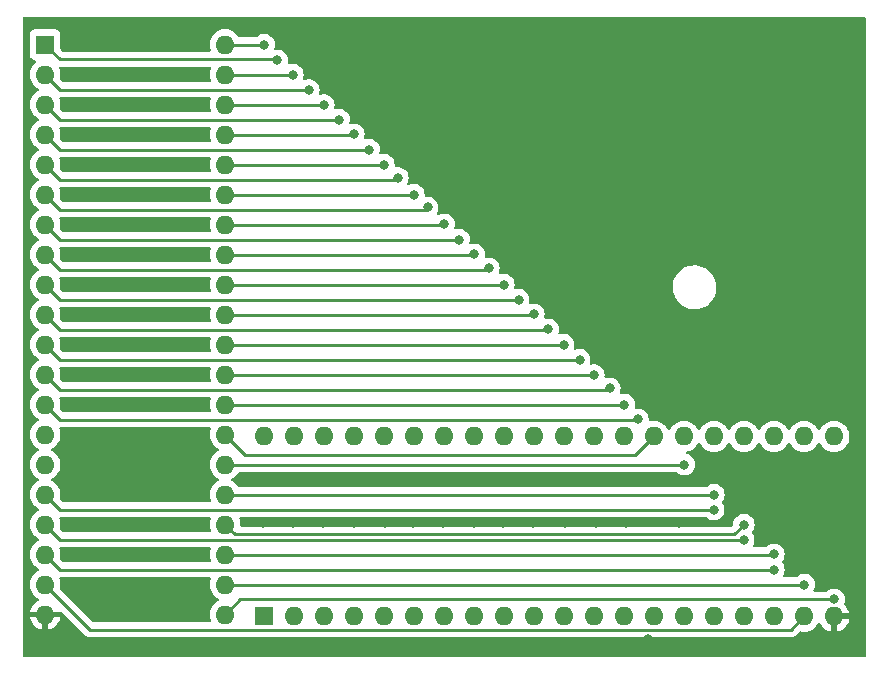
<source format=gtl>
G04 #@! TF.GenerationSoftware,KiCad,Pcbnew,7.0.1-0*
G04 #@! TF.CreationDate,2023-11-21T08:42:51-06:00*
G04 #@! TF.ProjectId,kawari_twister,7669635f-7477-4697-9374-65722e6b6963,rev?*
G04 #@! TF.SameCoordinates,Original*
G04 #@! TF.FileFunction,Copper,L1,Top*
G04 #@! TF.FilePolarity,Positive*
%FSLAX46Y46*%
G04 Gerber Fmt 4.6, Leading zero omitted, Abs format (unit mm)*
G04 Created by KiCad (PCBNEW 7.0.1-0) date 2023-11-21 08:42:51*
%MOMM*%
%LPD*%
G01*
G04 APERTURE LIST*
G04 #@! TA.AperFunction,ComponentPad*
%ADD10R,1.600000X1.600000*%
G04 #@! TD*
G04 #@! TA.AperFunction,ComponentPad*
%ADD11O,1.600000X1.600000*%
G04 #@! TD*
G04 #@! TA.AperFunction,ViaPad*
%ADD12C,0.800000*%
G04 #@! TD*
G04 #@! TA.AperFunction,Conductor*
%ADD13C,0.250000*%
G04 #@! TD*
G04 APERTURE END LIST*
D10*
X108432600Y-99720400D03*
D11*
X110972600Y-99720400D03*
X113512600Y-99720400D03*
X116052600Y-99720400D03*
X118592600Y-99720400D03*
X121132600Y-99720400D03*
X123672600Y-99720400D03*
X126212600Y-99720400D03*
X128752600Y-99720400D03*
X131292600Y-99720400D03*
X133832600Y-99720400D03*
X136372600Y-99720400D03*
X138912600Y-99720400D03*
X141452600Y-99720400D03*
X143992600Y-99720400D03*
X146532600Y-99720400D03*
X149072600Y-99720400D03*
X151612600Y-99720400D03*
X154152600Y-99720400D03*
X156692600Y-99720400D03*
X156692600Y-84480400D03*
X154152600Y-84480400D03*
X151612600Y-84480400D03*
X149072600Y-84480400D03*
X146532600Y-84480400D03*
X143992600Y-84480400D03*
X141452600Y-84480400D03*
X138912600Y-84480400D03*
X136372600Y-84480400D03*
X133832600Y-84480400D03*
X131292600Y-84480400D03*
X128752600Y-84480400D03*
X126212600Y-84480400D03*
X123672600Y-84480400D03*
X121132600Y-84480400D03*
X118592600Y-84480400D03*
X116052600Y-84480400D03*
X113512600Y-84480400D03*
X110972600Y-84480400D03*
X108432600Y-84480400D03*
D10*
X89890600Y-51308000D03*
D11*
X89890600Y-53848000D03*
X89890600Y-56388000D03*
X89890600Y-58928000D03*
X89890600Y-61468000D03*
X89890600Y-64008000D03*
X89890600Y-66548000D03*
X89890600Y-69088000D03*
X89890600Y-71628000D03*
X89890600Y-74168000D03*
X89890600Y-76708000D03*
X89890600Y-79248000D03*
X89890600Y-81788000D03*
X89890600Y-84328000D03*
X89890600Y-86868000D03*
X89890600Y-89408000D03*
X89890600Y-91948000D03*
X89890600Y-94488000D03*
X89890600Y-97028000D03*
X89890600Y-99568000D03*
X105130600Y-99568000D03*
X105130600Y-97028000D03*
X105130600Y-94488000D03*
X105130600Y-91948000D03*
X105130600Y-89408000D03*
X105130600Y-86868000D03*
X105130600Y-84328000D03*
X105130600Y-81788000D03*
X105130600Y-79248000D03*
X105130600Y-76708000D03*
X105130600Y-74168000D03*
X105130600Y-71628000D03*
X105130600Y-69088000D03*
X105130600Y-66548000D03*
X105130600Y-64008000D03*
X105130600Y-61468000D03*
X105130600Y-58928000D03*
X105130600Y-56388000D03*
X105130600Y-53848000D03*
X105130600Y-51308000D03*
D12*
X109563600Y-52657000D03*
X112230600Y-55146200D03*
X114782600Y-57658000D03*
X117322600Y-60198000D03*
X119774400Y-62588400D03*
X122289000Y-65103000D03*
X124942600Y-67818000D03*
X127470600Y-70259200D03*
X129985200Y-72900800D03*
X132499800Y-75415400D03*
X135141400Y-77980800D03*
X137706800Y-80419200D03*
X140094400Y-83035400D03*
X146507200Y-90678000D03*
X149047200Y-93218000D03*
X151600600Y-95758000D03*
X156692600Y-98280400D03*
X154166000Y-97030800D03*
X151600600Y-94465400D03*
X149060600Y-91950800D03*
X146520600Y-89410800D03*
X144006000Y-86870800D03*
X138926000Y-81790800D03*
X136360600Y-79276200D03*
X133795200Y-76710800D03*
X131280600Y-74145400D03*
X128740600Y-71630800D03*
X126226000Y-69065400D03*
X123686000Y-66525400D03*
X121120600Y-64010800D03*
X118580600Y-61470800D03*
X116040600Y-58905400D03*
X113500600Y-56416200D03*
X110884400Y-53850800D03*
X108432600Y-51308000D03*
X98196400Y-71602600D03*
X98196400Y-58801000D03*
X98196400Y-64058800D03*
X98196400Y-74142600D03*
X152831800Y-86817200D03*
X108331000Y-91821000D03*
X98196400Y-81813400D03*
X98171000Y-98298000D03*
X140944600Y-101625400D03*
X98196400Y-66573400D03*
X98171000Y-94462600D03*
X98196400Y-53848000D03*
X98196400Y-69011800D03*
X113436400Y-91821000D03*
X110896400Y-91821000D03*
X150291800Y-86893400D03*
X98196400Y-79248000D03*
X98184400Y-86870800D03*
X139039600Y-91821000D03*
X118643400Y-91821000D03*
X121005600Y-91821000D03*
X136550400Y-91821000D03*
X147675600Y-86969600D03*
X131191000Y-91846400D03*
X98196400Y-61341000D03*
X116027200Y-91821000D03*
X133883400Y-91846400D03*
X98196400Y-76682600D03*
X98196400Y-56337200D03*
X98171000Y-92075000D03*
X123571000Y-91821000D03*
X128651000Y-91846400D03*
X99161600Y-102082600D03*
X143560800Y-91821000D03*
X126212600Y-91821000D03*
D13*
X91135200Y-52552600D02*
X89890600Y-51308000D01*
X109563600Y-52657000D02*
X109459200Y-52552600D01*
X109459200Y-52552600D02*
X91135200Y-52552600D01*
X89890600Y-53848000D02*
X91160600Y-55118000D01*
X91160600Y-55118000D02*
X112202400Y-55118000D01*
X112202400Y-55118000D02*
X112230600Y-55146200D01*
X91160600Y-57658000D02*
X114782600Y-57658000D01*
X89890600Y-56388000D02*
X91160600Y-57658000D01*
X91160600Y-60198000D02*
X117322600Y-60198000D01*
X89890600Y-58928000D02*
X91160600Y-60198000D01*
X89890600Y-61468000D02*
X91160600Y-62738000D01*
X91160600Y-62738000D02*
X119624800Y-62738000D01*
X119624800Y-62738000D02*
X119774400Y-62588400D01*
X89890600Y-64008000D02*
X91160600Y-65278000D01*
X122114000Y-65278000D02*
X122289000Y-65103000D01*
X91160600Y-65278000D02*
X122114000Y-65278000D01*
X91160600Y-67818000D02*
X124942600Y-67818000D01*
X89890600Y-66548000D02*
X91160600Y-67818000D01*
X127371800Y-70358000D02*
X127470600Y-70259200D01*
X91160600Y-70358000D02*
X127371800Y-70358000D01*
X89890600Y-69088000D02*
X91160600Y-70358000D01*
X91160600Y-72898000D02*
X129982400Y-72898000D01*
X129982400Y-72898000D02*
X129985200Y-72900800D01*
X89890600Y-71628000D02*
X91160600Y-72898000D01*
X91160600Y-75438000D02*
X132477200Y-75438000D01*
X132477200Y-75438000D02*
X132499800Y-75415400D01*
X89890600Y-74168000D02*
X91160600Y-75438000D01*
X91163400Y-77980800D02*
X135141400Y-77980800D01*
X89890600Y-76708000D02*
X91163400Y-77980800D01*
X137608000Y-80518000D02*
X137706800Y-80419200D01*
X91160600Y-80518000D02*
X137608000Y-80518000D01*
X89890600Y-79248000D02*
X91160600Y-80518000D01*
X89890600Y-81788000D02*
X91160600Y-83058000D01*
X140071800Y-83058000D02*
X140094400Y-83035400D01*
X91160600Y-83058000D02*
X140071800Y-83058000D01*
X89890600Y-89408000D02*
X91160600Y-90678000D01*
X91160600Y-90678000D02*
X146507200Y-90678000D01*
X89890600Y-91948000D02*
X91160600Y-93218000D01*
X91160600Y-93218000D02*
X148854600Y-93218000D01*
X148854600Y-93218000D02*
X149035200Y-93398600D01*
X151445400Y-95758000D02*
X151600600Y-95913200D01*
X91160600Y-95758000D02*
X151445400Y-95758000D01*
X89890600Y-94488000D02*
X91160600Y-95758000D01*
X153027600Y-100845400D02*
X154152600Y-99720400D01*
X93708000Y-100845400D02*
X153027600Y-100845400D01*
X89890600Y-97028000D02*
X93708000Y-100845400D01*
X156687600Y-98275400D02*
X156692600Y-98280400D01*
X105130600Y-99568000D02*
X106423200Y-98275400D01*
X106423200Y-98275400D02*
X156687600Y-98275400D01*
X105130600Y-97028000D02*
X105143000Y-97040400D01*
X154156400Y-97040400D02*
X154166000Y-97030800D01*
X105143000Y-97040400D02*
X154156400Y-97040400D01*
X105143000Y-94500400D02*
X151565600Y-94500400D01*
X151565600Y-94500400D02*
X151600600Y-94465400D01*
X105130600Y-94488000D02*
X105143000Y-94500400D01*
X148242901Y-92768499D02*
X149060600Y-91950800D01*
X105951099Y-92768499D02*
X148242901Y-92768499D01*
X105130600Y-91948000D02*
X105951099Y-92768499D01*
X105130600Y-89408000D02*
X105143000Y-89420400D01*
X146511000Y-89420400D02*
X146520600Y-89410800D01*
X105143000Y-89420400D02*
X146511000Y-89420400D01*
X105130600Y-86868000D02*
X105143000Y-86880400D01*
X143996400Y-86880400D02*
X144006000Y-86870800D01*
X105143000Y-86880400D02*
X143996400Y-86880400D01*
X106857800Y-86055200D02*
X139877800Y-86055200D01*
X105130600Y-84328000D02*
X106857800Y-86055200D01*
X139877800Y-86055200D02*
X141452600Y-84480400D01*
X105130600Y-81788000D02*
X105143000Y-81800400D01*
X105143000Y-81800400D02*
X138916400Y-81800400D01*
X138916400Y-81800400D02*
X138926000Y-81790800D01*
X105130600Y-79248000D02*
X105143000Y-79260400D01*
X136344800Y-79260400D02*
X136360600Y-79276200D01*
X105143000Y-79260400D02*
X136344800Y-79260400D01*
X133785600Y-76720400D02*
X133795200Y-76710800D01*
X105130600Y-76708000D02*
X105143000Y-76720400D01*
X105143000Y-76720400D02*
X133785600Y-76720400D01*
X131245600Y-74180400D02*
X131280600Y-74145400D01*
X105143000Y-74180400D02*
X131245600Y-74180400D01*
X105130600Y-74168000D02*
X105143000Y-74180400D01*
X128731000Y-71640400D02*
X128740600Y-71630800D01*
X105143000Y-71640400D02*
X128731000Y-71640400D01*
X105130600Y-71628000D02*
X105143000Y-71640400D01*
X105130600Y-69088000D02*
X105143000Y-69100400D01*
X105143000Y-69100400D02*
X126191000Y-69100400D01*
X126191000Y-69100400D02*
X126226000Y-69065400D01*
X105143000Y-66560400D02*
X123651000Y-66560400D01*
X105130600Y-66548000D02*
X105143000Y-66560400D01*
X123651000Y-66560400D02*
X123686000Y-66525400D01*
X121111000Y-64020400D02*
X121120600Y-64010800D01*
X105143000Y-64020400D02*
X121111000Y-64020400D01*
X105130600Y-64008000D02*
X105143000Y-64020400D01*
X105143000Y-61480400D02*
X118571000Y-61480400D01*
X105130600Y-61468000D02*
X105143000Y-61480400D01*
X118571000Y-61480400D02*
X118580600Y-61470800D01*
X105143000Y-58940400D02*
X116005600Y-58940400D01*
X116005600Y-58940400D02*
X116040600Y-58905400D01*
X105130600Y-58928000D02*
X105143000Y-58940400D01*
X105130600Y-56388000D02*
X105143000Y-56400400D01*
X113484800Y-56400400D02*
X113500600Y-56416200D01*
X105143000Y-56400400D02*
X113484800Y-56400400D01*
X105130600Y-53848000D02*
X105143000Y-53860400D01*
X110874800Y-53860400D02*
X110884400Y-53850800D01*
X105143000Y-53860400D02*
X110874800Y-53860400D01*
X105130600Y-51308000D02*
X108432600Y-51308000D01*
X143535400Y-91846400D02*
X143535400Y-91846400D01*
G04 #@! TA.AperFunction,Conductor*
G36*
X103861194Y-96398786D02*
G01*
X103906132Y-96440875D01*
X103925286Y-96499390D01*
X103913933Y-96559904D01*
X103912176Y-96563672D01*
X103903861Y-96581502D01*
X103844964Y-96801310D01*
X103825131Y-97028000D01*
X103844964Y-97254689D01*
X103903861Y-97474497D01*
X104000032Y-97680735D01*
X104130553Y-97867140D01*
X104291459Y-98028046D01*
X104477863Y-98158566D01*
X104477866Y-98158568D01*
X104535875Y-98185618D01*
X104588050Y-98231375D01*
X104607469Y-98298000D01*
X104588050Y-98364625D01*
X104535875Y-98410382D01*
X104477863Y-98437433D01*
X104291459Y-98567953D01*
X104130553Y-98728859D01*
X104000032Y-98915264D01*
X103903861Y-99121502D01*
X103844964Y-99341310D01*
X103825131Y-99568000D01*
X103844964Y-99794689D01*
X103903862Y-100014500D01*
X103917383Y-100043496D01*
X103928735Y-100104010D01*
X103909581Y-100162525D01*
X103864643Y-100204614D01*
X103805001Y-100219900D01*
X94018452Y-100219900D01*
X93970999Y-100210461D01*
X93930771Y-100183581D01*
X91190013Y-97442822D01*
X91157919Y-97387234D01*
X91157919Y-97323047D01*
X91176235Y-97254692D01*
X91196068Y-97028000D01*
X91176235Y-96801308D01*
X91117339Y-96581504D01*
X91107266Y-96559903D01*
X91095914Y-96499391D01*
X91115068Y-96440876D01*
X91160006Y-96398786D01*
X91219649Y-96383500D01*
X103801551Y-96383500D01*
X103861194Y-96398786D01*
G37*
G04 #@! TD.AperFunction*
G04 #@! TA.AperFunction,Conductor*
G36*
X103861194Y-93858786D02*
G01*
X103906132Y-93900875D01*
X103925286Y-93959390D01*
X103913933Y-94019904D01*
X103912176Y-94023672D01*
X103903861Y-94041502D01*
X103844964Y-94261310D01*
X103825131Y-94488000D01*
X103844964Y-94714689D01*
X103903861Y-94934497D01*
X103913933Y-94956095D01*
X103925286Y-95016610D01*
X103906132Y-95075125D01*
X103861194Y-95117214D01*
X103801551Y-95132500D01*
X91471053Y-95132500D01*
X91423600Y-95123061D01*
X91383372Y-95096181D01*
X91190013Y-94902822D01*
X91157919Y-94847234D01*
X91157919Y-94783047D01*
X91176235Y-94714692D01*
X91196068Y-94488000D01*
X91176235Y-94261308D01*
X91117339Y-94041504D01*
X91107266Y-94019903D01*
X91095914Y-93959391D01*
X91115068Y-93900876D01*
X91160006Y-93858786D01*
X91219649Y-93843500D01*
X103801551Y-93843500D01*
X103861194Y-93858786D01*
G37*
G04 #@! TD.AperFunction*
G04 #@! TA.AperFunction,Conductor*
G36*
X103861194Y-91318786D02*
G01*
X103906132Y-91360875D01*
X103925286Y-91419390D01*
X103913933Y-91479904D01*
X103912176Y-91483672D01*
X103903861Y-91501502D01*
X103844964Y-91721310D01*
X103825131Y-91948000D01*
X103844964Y-92174689D01*
X103903861Y-92394497D01*
X103913933Y-92416095D01*
X103925286Y-92476610D01*
X103906132Y-92535125D01*
X103861194Y-92577214D01*
X103801551Y-92592500D01*
X91471053Y-92592500D01*
X91423600Y-92583061D01*
X91383372Y-92556181D01*
X91190013Y-92362822D01*
X91157919Y-92307234D01*
X91157919Y-92243047D01*
X91176235Y-92174692D01*
X91196068Y-91948000D01*
X91176235Y-91721308D01*
X91117339Y-91501504D01*
X91107266Y-91479903D01*
X91095914Y-91419391D01*
X91115068Y-91360876D01*
X91160006Y-91318786D01*
X91219649Y-91303500D01*
X103801551Y-91303500D01*
X103861194Y-91318786D01*
G37*
G04 #@! TD.AperFunction*
G04 #@! TA.AperFunction,Conductor*
G36*
X103861194Y-83698786D02*
G01*
X103906132Y-83740875D01*
X103925286Y-83799390D01*
X103913933Y-83859904D01*
X103912176Y-83863672D01*
X103903861Y-83881502D01*
X103844964Y-84101310D01*
X103825131Y-84327999D01*
X103844964Y-84554689D01*
X103903861Y-84774497D01*
X104000032Y-84980735D01*
X104130553Y-85167140D01*
X104291459Y-85328046D01*
X104341318Y-85362957D01*
X104477866Y-85458568D01*
X104535873Y-85485617D01*
X104588049Y-85531373D01*
X104607469Y-85597997D01*
X104588051Y-85664622D01*
X104535876Y-85710380D01*
X104477866Y-85737431D01*
X104291459Y-85867953D01*
X104130553Y-86028859D01*
X104000032Y-86215264D01*
X103903861Y-86421502D01*
X103844964Y-86641310D01*
X103825131Y-86867999D01*
X103844964Y-87094689D01*
X103903861Y-87314497D01*
X104000032Y-87520735D01*
X104130553Y-87707140D01*
X104291459Y-87868046D01*
X104477862Y-87998565D01*
X104477866Y-87998568D01*
X104535873Y-88025617D01*
X104588049Y-88071373D01*
X104607469Y-88137997D01*
X104588051Y-88204622D01*
X104535876Y-88250380D01*
X104477866Y-88277431D01*
X104291459Y-88407953D01*
X104130553Y-88568859D01*
X104000032Y-88755264D01*
X103903861Y-88961502D01*
X103844964Y-89181310D01*
X103825131Y-89408000D01*
X103844964Y-89634689D01*
X103903861Y-89854497D01*
X103913933Y-89876095D01*
X103925286Y-89936610D01*
X103906132Y-89995125D01*
X103861194Y-90037214D01*
X103801551Y-90052500D01*
X91471053Y-90052500D01*
X91423600Y-90043061D01*
X91383372Y-90016181D01*
X91190013Y-89822822D01*
X91157919Y-89767234D01*
X91157919Y-89703047D01*
X91176235Y-89634692D01*
X91196068Y-89408000D01*
X91176235Y-89181308D01*
X91117339Y-88961504D01*
X91021168Y-88755266D01*
X91011895Y-88742023D01*
X90890646Y-88568859D01*
X90729740Y-88407953D01*
X90543332Y-88277430D01*
X90485324Y-88250380D01*
X90433149Y-88204623D01*
X90413730Y-88137997D01*
X90433150Y-88071373D01*
X90485321Y-88025619D01*
X90543334Y-87998568D01*
X90729739Y-87868047D01*
X90890647Y-87707139D01*
X91021168Y-87520734D01*
X91117339Y-87314496D01*
X91176235Y-87094692D01*
X91196068Y-86868000D01*
X91176235Y-86641308D01*
X91117339Y-86421504D01*
X91021168Y-86215266D01*
X91009015Y-86197910D01*
X90890646Y-86028859D01*
X90729740Y-85867953D01*
X90543336Y-85737433D01*
X90485323Y-85710381D01*
X90433148Y-85664623D01*
X90413729Y-85597997D01*
X90433149Y-85531372D01*
X90485321Y-85485619D01*
X90543334Y-85458568D01*
X90729739Y-85328047D01*
X90890647Y-85167139D01*
X91021168Y-84980734D01*
X91117339Y-84774496D01*
X91176235Y-84554692D01*
X91196068Y-84328000D01*
X91176235Y-84101308D01*
X91117339Y-83881504D01*
X91107266Y-83859903D01*
X91095914Y-83799391D01*
X91115068Y-83740876D01*
X91160006Y-83698786D01*
X91219649Y-83683500D01*
X103801551Y-83683500D01*
X103861194Y-83698786D01*
G37*
G04 #@! TD.AperFunction*
G04 #@! TA.AperFunction,Conductor*
G36*
X103861194Y-81158786D02*
G01*
X103906132Y-81200875D01*
X103925286Y-81259390D01*
X103913933Y-81319904D01*
X103912176Y-81323672D01*
X103903861Y-81341502D01*
X103844964Y-81561310D01*
X103825131Y-81787999D01*
X103844964Y-82014689D01*
X103903861Y-82234497D01*
X103913933Y-82256095D01*
X103925286Y-82316610D01*
X103906132Y-82375125D01*
X103861194Y-82417214D01*
X103801551Y-82432500D01*
X91471053Y-82432500D01*
X91423600Y-82423061D01*
X91383372Y-82396181D01*
X91190013Y-82202822D01*
X91157919Y-82147234D01*
X91157919Y-82083047D01*
X91166979Y-82049235D01*
X91176235Y-82014692D01*
X91196068Y-81788000D01*
X91176235Y-81561308D01*
X91117339Y-81341504D01*
X91107266Y-81319903D01*
X91095914Y-81259391D01*
X91115068Y-81200876D01*
X91160006Y-81158786D01*
X91219649Y-81143500D01*
X103801551Y-81143500D01*
X103861194Y-81158786D01*
G37*
G04 #@! TD.AperFunction*
G04 #@! TA.AperFunction,Conductor*
G36*
X103859888Y-78621586D02*
G01*
X103904826Y-78663675D01*
X103923980Y-78722190D01*
X103912627Y-78782705D01*
X103903861Y-78801502D01*
X103844964Y-79021310D01*
X103825131Y-79247999D01*
X103844964Y-79474689D01*
X103903861Y-79694497D01*
X103913933Y-79716095D01*
X103925286Y-79776610D01*
X103906132Y-79835125D01*
X103861194Y-79877214D01*
X103801551Y-79892500D01*
X91471053Y-79892500D01*
X91423600Y-79883061D01*
X91383372Y-79856181D01*
X91190013Y-79662822D01*
X91157919Y-79607234D01*
X91157919Y-79543047D01*
X91170294Y-79496863D01*
X91176235Y-79474692D01*
X91196068Y-79248000D01*
X91176235Y-79021308D01*
X91117339Y-78801504D01*
X91108573Y-78782705D01*
X91097220Y-78722190D01*
X91116374Y-78663675D01*
X91161312Y-78621586D01*
X91220955Y-78606300D01*
X103800245Y-78606300D01*
X103859888Y-78621586D01*
G37*
G04 #@! TD.AperFunction*
G04 #@! TA.AperFunction,Conductor*
G36*
X103861194Y-76078786D02*
G01*
X103906132Y-76120875D01*
X103925286Y-76179390D01*
X103913933Y-76239904D01*
X103912176Y-76243672D01*
X103903861Y-76261502D01*
X103844964Y-76481310D01*
X103825131Y-76707999D01*
X103844964Y-76934689D01*
X103903862Y-77154500D01*
X103915238Y-77178896D01*
X103926590Y-77239410D01*
X103907436Y-77297925D01*
X103862498Y-77340014D01*
X103802856Y-77355300D01*
X91473852Y-77355300D01*
X91426399Y-77345861D01*
X91386171Y-77318981D01*
X91190013Y-77122822D01*
X91157919Y-77067234D01*
X91157919Y-77003047D01*
X91162444Y-76986159D01*
X91176235Y-76934692D01*
X91196068Y-76708000D01*
X91176235Y-76481308D01*
X91117339Y-76261504D01*
X91107266Y-76239903D01*
X91095914Y-76179391D01*
X91115068Y-76120876D01*
X91160006Y-76078786D01*
X91219649Y-76063500D01*
X103801551Y-76063500D01*
X103861194Y-76078786D01*
G37*
G04 #@! TD.AperFunction*
G04 #@! TA.AperFunction,Conductor*
G36*
X103861194Y-73538786D02*
G01*
X103906132Y-73580875D01*
X103925286Y-73639390D01*
X103913933Y-73699904D01*
X103912176Y-73703672D01*
X103903861Y-73721502D01*
X103844964Y-73941310D01*
X103825131Y-74167999D01*
X103844964Y-74394689D01*
X103903861Y-74614497D01*
X103913933Y-74636095D01*
X103925286Y-74696610D01*
X103906132Y-74755125D01*
X103861194Y-74797214D01*
X103801551Y-74812500D01*
X91471053Y-74812500D01*
X91423600Y-74803061D01*
X91383372Y-74776181D01*
X91190013Y-74582822D01*
X91157919Y-74527234D01*
X91157919Y-74463047D01*
X91163365Y-74442722D01*
X91176235Y-74394692D01*
X91196068Y-74168000D01*
X91176235Y-73941308D01*
X91117339Y-73721504D01*
X91107266Y-73699903D01*
X91095914Y-73639391D01*
X91115068Y-73580876D01*
X91160006Y-73538786D01*
X91219649Y-73523500D01*
X103801551Y-73523500D01*
X103861194Y-73538786D01*
G37*
G04 #@! TD.AperFunction*
G04 #@! TA.AperFunction,Conductor*
G36*
X103861194Y-70998786D02*
G01*
X103906132Y-71040875D01*
X103925286Y-71099390D01*
X103913933Y-71159904D01*
X103912176Y-71163672D01*
X103903861Y-71181502D01*
X103844964Y-71401310D01*
X103825131Y-71627999D01*
X103844964Y-71854689D01*
X103903861Y-72074497D01*
X103913933Y-72096095D01*
X103925286Y-72156610D01*
X103906132Y-72215125D01*
X103861194Y-72257214D01*
X103801551Y-72272500D01*
X91471053Y-72272500D01*
X91423600Y-72263061D01*
X91383372Y-72236181D01*
X91190013Y-72042822D01*
X91157919Y-71987234D01*
X91157919Y-71923047D01*
X91172180Y-71869824D01*
X91176235Y-71854692D01*
X91196068Y-71628000D01*
X91176235Y-71401308D01*
X91117339Y-71181504D01*
X91107266Y-71159903D01*
X91095914Y-71099391D01*
X91115068Y-71040876D01*
X91160006Y-70998786D01*
X91219649Y-70983500D01*
X103801551Y-70983500D01*
X103861194Y-70998786D01*
G37*
G04 #@! TD.AperFunction*
G04 #@! TA.AperFunction,Conductor*
G36*
X103861194Y-68458786D02*
G01*
X103906132Y-68500875D01*
X103925286Y-68559390D01*
X103913933Y-68619904D01*
X103912176Y-68623672D01*
X103903861Y-68641502D01*
X103844964Y-68861310D01*
X103825131Y-69087999D01*
X103844964Y-69314689D01*
X103903861Y-69534497D01*
X103913933Y-69556095D01*
X103925286Y-69616610D01*
X103906132Y-69675125D01*
X103861194Y-69717214D01*
X103801551Y-69732500D01*
X91471053Y-69732500D01*
X91423600Y-69723061D01*
X91383372Y-69696181D01*
X91190013Y-69502822D01*
X91157919Y-69447234D01*
X91157919Y-69383047D01*
X91165720Y-69353933D01*
X91176235Y-69314692D01*
X91196068Y-69088000D01*
X91176235Y-68861308D01*
X91117339Y-68641504D01*
X91107266Y-68619903D01*
X91095914Y-68559391D01*
X91115068Y-68500876D01*
X91160006Y-68458786D01*
X91219649Y-68443500D01*
X103801551Y-68443500D01*
X103861194Y-68458786D01*
G37*
G04 #@! TD.AperFunction*
G04 #@! TA.AperFunction,Conductor*
G36*
X103861194Y-65918786D02*
G01*
X103906132Y-65960875D01*
X103925286Y-66019390D01*
X103913933Y-66079904D01*
X103912176Y-66083672D01*
X103903861Y-66101502D01*
X103844964Y-66321310D01*
X103825131Y-66547999D01*
X103844964Y-66774689D01*
X103903861Y-66994497D01*
X103913933Y-67016095D01*
X103925286Y-67076610D01*
X103906132Y-67135125D01*
X103861194Y-67177214D01*
X103801551Y-67192500D01*
X91471053Y-67192500D01*
X91423600Y-67183061D01*
X91383372Y-67156181D01*
X91190013Y-66962822D01*
X91157919Y-66907234D01*
X91157919Y-66843047D01*
X91171747Y-66791440D01*
X91176235Y-66774692D01*
X91196068Y-66548000D01*
X91176235Y-66321308D01*
X91117339Y-66101504D01*
X91107266Y-66079903D01*
X91095914Y-66019391D01*
X91115068Y-65960876D01*
X91160006Y-65918786D01*
X91219649Y-65903500D01*
X103801551Y-65903500D01*
X103861194Y-65918786D01*
G37*
G04 #@! TD.AperFunction*
G04 #@! TA.AperFunction,Conductor*
G36*
X103861194Y-63378786D02*
G01*
X103906132Y-63420875D01*
X103925286Y-63479390D01*
X103913933Y-63539904D01*
X103912176Y-63543672D01*
X103903861Y-63561502D01*
X103844964Y-63781310D01*
X103825131Y-64007999D01*
X103844964Y-64234689D01*
X103903861Y-64454497D01*
X103913933Y-64476095D01*
X103925286Y-64536610D01*
X103906132Y-64595125D01*
X103861194Y-64637214D01*
X103801551Y-64652500D01*
X91471053Y-64652500D01*
X91423600Y-64643061D01*
X91383372Y-64616181D01*
X91190013Y-64422822D01*
X91157919Y-64367234D01*
X91157919Y-64303047D01*
X91176235Y-64234692D01*
X91196068Y-64008000D01*
X91176235Y-63781308D01*
X91117339Y-63561504D01*
X91107266Y-63539903D01*
X91095914Y-63479391D01*
X91115068Y-63420876D01*
X91160006Y-63378786D01*
X91219649Y-63363500D01*
X103801551Y-63363500D01*
X103861194Y-63378786D01*
G37*
G04 #@! TD.AperFunction*
G04 #@! TA.AperFunction,Conductor*
G36*
X103861194Y-60838786D02*
G01*
X103906132Y-60880875D01*
X103925286Y-60939390D01*
X103913933Y-60999904D01*
X103912176Y-61003672D01*
X103903861Y-61021502D01*
X103844964Y-61241310D01*
X103825131Y-61467999D01*
X103844964Y-61694689D01*
X103903861Y-61914497D01*
X103913933Y-61936095D01*
X103925286Y-61996610D01*
X103906132Y-62055125D01*
X103861194Y-62097214D01*
X103801551Y-62112500D01*
X91471053Y-62112500D01*
X91423600Y-62103061D01*
X91383372Y-62076181D01*
X91190013Y-61882822D01*
X91157919Y-61827234D01*
X91157919Y-61763047D01*
X91167509Y-61727256D01*
X91176235Y-61694692D01*
X91196068Y-61468000D01*
X91176235Y-61241308D01*
X91117339Y-61021504D01*
X91107266Y-60999903D01*
X91095914Y-60939391D01*
X91115068Y-60880876D01*
X91160006Y-60838786D01*
X91219649Y-60823500D01*
X103801551Y-60823500D01*
X103861194Y-60838786D01*
G37*
G04 #@! TD.AperFunction*
G04 #@! TA.AperFunction,Conductor*
G36*
X103861194Y-58298786D02*
G01*
X103906132Y-58340875D01*
X103925286Y-58399390D01*
X103913933Y-58459904D01*
X103912176Y-58463672D01*
X103903861Y-58481502D01*
X103844964Y-58701310D01*
X103825131Y-58928000D01*
X103844964Y-59154689D01*
X103903861Y-59374497D01*
X103913933Y-59396095D01*
X103925286Y-59456610D01*
X103906132Y-59515125D01*
X103861194Y-59557214D01*
X103801551Y-59572500D01*
X91471053Y-59572500D01*
X91423600Y-59563061D01*
X91383372Y-59536181D01*
X91190013Y-59342822D01*
X91157919Y-59287234D01*
X91157919Y-59223047D01*
X91176235Y-59154692D01*
X91196068Y-58928000D01*
X91176235Y-58701308D01*
X91117339Y-58481504D01*
X91107266Y-58459903D01*
X91095914Y-58399391D01*
X91115068Y-58340876D01*
X91160006Y-58298786D01*
X91219649Y-58283500D01*
X103801551Y-58283500D01*
X103861194Y-58298786D01*
G37*
G04 #@! TD.AperFunction*
G04 #@! TA.AperFunction,Conductor*
G36*
X103861194Y-55758786D02*
G01*
X103906132Y-55800875D01*
X103925286Y-55859390D01*
X103913933Y-55919904D01*
X103912176Y-55923672D01*
X103903861Y-55941502D01*
X103844964Y-56161310D01*
X103825131Y-56388000D01*
X103844964Y-56614689D01*
X103903861Y-56834497D01*
X103913933Y-56856095D01*
X103925286Y-56916610D01*
X103906132Y-56975125D01*
X103861194Y-57017214D01*
X103801551Y-57032500D01*
X91471053Y-57032500D01*
X91423600Y-57023061D01*
X91383372Y-56996181D01*
X91190013Y-56802822D01*
X91157919Y-56747234D01*
X91157919Y-56683047D01*
X91171203Y-56633470D01*
X91176235Y-56614692D01*
X91196068Y-56388000D01*
X91176235Y-56161308D01*
X91117339Y-55941504D01*
X91107266Y-55919903D01*
X91095914Y-55859391D01*
X91115068Y-55800876D01*
X91160006Y-55758786D01*
X91219649Y-55743500D01*
X103801551Y-55743500D01*
X103861194Y-55758786D01*
G37*
G04 #@! TD.AperFunction*
G04 #@! TA.AperFunction,Conductor*
G36*
X103873038Y-53193386D02*
G01*
X103917976Y-53235475D01*
X103937130Y-53293990D01*
X103925777Y-53354505D01*
X103903861Y-53401502D01*
X103844964Y-53621310D01*
X103825131Y-53848000D01*
X103844964Y-54074689D01*
X103903861Y-54294497D01*
X103913933Y-54316095D01*
X103925286Y-54376610D01*
X103906132Y-54435125D01*
X103861194Y-54477214D01*
X103801551Y-54492500D01*
X91471053Y-54492500D01*
X91423600Y-54483061D01*
X91383372Y-54456181D01*
X91190013Y-54262822D01*
X91157919Y-54207234D01*
X91157919Y-54143047D01*
X91176235Y-54074692D01*
X91196068Y-53848000D01*
X91176235Y-53621308D01*
X91117339Y-53401504D01*
X91095423Y-53354505D01*
X91084070Y-53293990D01*
X91103224Y-53235475D01*
X91148162Y-53193386D01*
X91207805Y-53178100D01*
X103813395Y-53178100D01*
X103873038Y-53193386D01*
G37*
G04 #@! TD.AperFunction*
G04 #@! TA.AperFunction,Conductor*
G36*
X159323000Y-49017113D02*
G01*
X159368387Y-49062500D01*
X159385000Y-49124500D01*
X159385000Y-103050844D01*
X159368395Y-103112831D01*
X159323025Y-103158216D01*
X159261044Y-103174844D01*
X89953300Y-103199500D01*
X88116500Y-103199500D01*
X88054500Y-103182887D01*
X88009113Y-103137500D01*
X87992500Y-103075500D01*
X87992500Y-99818000D01*
X88611728Y-99818000D01*
X88664333Y-100014326D01*
X88760465Y-100220480D01*
X88890941Y-100406819D01*
X89051780Y-100567658D01*
X89238119Y-100698134D01*
X89444273Y-100794266D01*
X89640599Y-100846871D01*
X89640600Y-100846872D01*
X89640600Y-99818000D01*
X90140600Y-99818000D01*
X90140600Y-100846871D01*
X90336926Y-100794266D01*
X90543080Y-100698134D01*
X90729419Y-100567658D01*
X90890258Y-100406819D01*
X91020734Y-100220480D01*
X91116866Y-100014326D01*
X91169472Y-99818000D01*
X90140600Y-99818000D01*
X89640600Y-99818000D01*
X88611728Y-99818000D01*
X87992500Y-99818000D01*
X87992500Y-97028000D01*
X88585131Y-97028000D01*
X88604964Y-97254689D01*
X88663861Y-97474497D01*
X88760032Y-97680735D01*
X88890553Y-97867140D01*
X89051459Y-98028046D01*
X89237864Y-98158567D01*
X89237865Y-98158567D01*
X89237866Y-98158568D01*
X89296465Y-98185893D01*
X89348640Y-98231650D01*
X89368060Y-98298274D01*
X89348641Y-98364899D01*
X89296466Y-98410656D01*
X89238122Y-98437863D01*
X89051780Y-98568341D01*
X88890941Y-98729180D01*
X88760465Y-98915519D01*
X88664333Y-99121673D01*
X88611728Y-99317999D01*
X88611728Y-99318000D01*
X91193674Y-99318000D01*
X91194297Y-99317543D01*
X91263548Y-99313003D01*
X91324392Y-99346383D01*
X93207196Y-101229187D01*
X93220096Y-101245288D01*
X93271223Y-101293300D01*
X93274020Y-101296011D01*
X93293529Y-101315520D01*
X93296711Y-101317988D01*
X93305571Y-101325555D01*
X93337418Y-101355462D01*
X93354972Y-101365112D01*
X93371236Y-101375796D01*
X93382972Y-101384899D01*
X93387064Y-101388073D01*
X93411909Y-101398824D01*
X93427152Y-101405421D01*
X93437631Y-101410554D01*
X93475908Y-101431597D01*
X93495306Y-101436577D01*
X93513708Y-101442877D01*
X93532104Y-101450838D01*
X93575261Y-101457673D01*
X93586664Y-101460034D01*
X93628981Y-101470900D01*
X93649016Y-101470900D01*
X93668413Y-101472426D01*
X93688196Y-101475560D01*
X93731674Y-101471450D01*
X93743344Y-101470900D01*
X152944856Y-101470900D01*
X152965362Y-101473164D01*
X152968265Y-101473072D01*
X152968267Y-101473073D01*
X153035472Y-101470961D01*
X153039368Y-101470900D01*
X153066949Y-101470900D01*
X153066950Y-101470900D01*
X153070919Y-101470398D01*
X153082565Y-101469480D01*
X153126227Y-101468109D01*
X153145459Y-101462520D01*
X153164518Y-101458574D01*
X153171691Y-101457668D01*
X153184392Y-101456064D01*
X153225007Y-101439982D01*
X153236044Y-101436203D01*
X153277990Y-101424018D01*
X153295229Y-101413822D01*
X153312702Y-101405262D01*
X153331332Y-101397886D01*
X153366664Y-101372214D01*
X153376430Y-101365800D01*
X153414018Y-101343571D01*
X153414017Y-101343571D01*
X153414020Y-101343570D01*
X153428185Y-101329404D01*
X153442973Y-101316773D01*
X153459187Y-101304994D01*
X153487038Y-101271326D01*
X153494879Y-101262709D01*
X153737777Y-101019811D01*
X153793364Y-100987719D01*
X153857551Y-100987719D01*
X153925908Y-101006035D01*
X154152600Y-101025868D01*
X154379292Y-101006035D01*
X154599096Y-100947139D01*
X154805334Y-100850968D01*
X154991739Y-100720447D01*
X155152647Y-100559539D01*
X155283168Y-100373134D01*
X155310493Y-100314534D01*
X155356249Y-100262359D01*
X155422874Y-100242939D01*
X155489499Y-100262358D01*
X155535257Y-100314533D01*
X155562466Y-100372882D01*
X155692941Y-100559219D01*
X155853780Y-100720058D01*
X156040119Y-100850534D01*
X156246273Y-100946666D01*
X156442599Y-100999271D01*
X156442600Y-100999272D01*
X156442600Y-99970400D01*
X156942600Y-99970400D01*
X156942600Y-100999271D01*
X157138926Y-100946666D01*
X157345080Y-100850534D01*
X157531419Y-100720058D01*
X157692258Y-100559219D01*
X157822734Y-100372880D01*
X157918866Y-100166726D01*
X157971472Y-99970400D01*
X156942600Y-99970400D01*
X156442600Y-99970400D01*
X156442600Y-99594400D01*
X156459213Y-99532400D01*
X156504600Y-99487013D01*
X156566600Y-99470400D01*
X157971472Y-99470400D01*
X157971471Y-99470399D01*
X157918866Y-99274073D01*
X157822734Y-99067919D01*
X157692261Y-98881584D01*
X157558692Y-98748014D01*
X157525800Y-98689280D01*
X157528442Y-98622019D01*
X157578274Y-98468656D01*
X157598060Y-98280400D01*
X157578274Y-98092144D01*
X157519779Y-97912116D01*
X157519779Y-97912115D01*
X157425133Y-97748183D01*
X157298470Y-97607510D01*
X157145330Y-97496248D01*
X156972402Y-97419255D01*
X156787248Y-97379900D01*
X156787246Y-97379900D01*
X156597954Y-97379900D01*
X156597952Y-97379900D01*
X156412797Y-97419255D01*
X156239872Y-97496247D01*
X156086727Y-97607513D01*
X156085906Y-97608424D01*
X156085503Y-97608873D01*
X156043790Y-97639180D01*
X155993355Y-97649900D01*
X155063145Y-97649900D01*
X155001145Y-97633287D01*
X154955758Y-97587900D01*
X154939145Y-97525900D01*
X154955758Y-97463900D01*
X154993179Y-97399084D01*
X155040096Y-97254689D01*
X155051674Y-97219056D01*
X155071460Y-97030800D01*
X155051674Y-96842544D01*
X154993179Y-96662516D01*
X154993179Y-96662515D01*
X154898533Y-96498583D01*
X154771870Y-96357910D01*
X154618730Y-96246648D01*
X154445802Y-96169655D01*
X154260648Y-96130300D01*
X154260646Y-96130300D01*
X154071354Y-96130300D01*
X154071352Y-96130300D01*
X153886197Y-96169655D01*
X153713269Y-96246648D01*
X153560132Y-96357909D01*
X153560129Y-96357911D01*
X153560129Y-96357912D01*
X153548180Y-96371183D01*
X153545758Y-96373873D01*
X153504043Y-96404180D01*
X153453608Y-96414900D01*
X152475921Y-96414900D01*
X152413921Y-96398287D01*
X152368534Y-96352900D01*
X152351921Y-96290900D01*
X152368534Y-96228900D01*
X152427779Y-96126284D01*
X152459729Y-96027953D01*
X152486274Y-95946256D01*
X152506060Y-95758000D01*
X152486274Y-95569744D01*
X152427779Y-95389716D01*
X152427779Y-95389715D01*
X152333135Y-95225787D01*
X152333134Y-95225786D01*
X152333133Y-95225784D01*
X152305118Y-95194670D01*
X152276952Y-95141699D01*
X152276952Y-95081701D01*
X152305118Y-95028729D01*
X152333133Y-94997616D01*
X152427779Y-94833684D01*
X152486274Y-94653656D01*
X152506060Y-94465400D01*
X152486274Y-94277144D01*
X152427779Y-94097116D01*
X152427779Y-94097115D01*
X152333133Y-93933183D01*
X152206470Y-93792510D01*
X152053330Y-93681248D01*
X151880402Y-93604255D01*
X151695248Y-93564900D01*
X151695246Y-93564900D01*
X151505954Y-93564900D01*
X151505952Y-93564900D01*
X151320797Y-93604255D01*
X151147869Y-93681248D01*
X150994728Y-93792511D01*
X150957486Y-93833873D01*
X150915772Y-93864180D01*
X150865337Y-93874900D01*
X149922521Y-93874900D01*
X149860521Y-93858287D01*
X149815134Y-93812900D01*
X149798521Y-93750900D01*
X149815134Y-93688900D01*
X149874379Y-93586284D01*
X149906329Y-93487953D01*
X149932874Y-93406256D01*
X149952660Y-93218000D01*
X149932874Y-93029744D01*
X149874379Y-92849716D01*
X149874379Y-92849715D01*
X149779733Y-92685783D01*
X149769856Y-92674814D01*
X149741688Y-92621840D01*
X149741688Y-92561842D01*
X149769856Y-92508868D01*
X149793133Y-92483016D01*
X149887779Y-92319084D01*
X149934696Y-92174689D01*
X149946274Y-92139056D01*
X149966060Y-91950800D01*
X149946274Y-91762544D01*
X149887779Y-91582516D01*
X149887779Y-91582515D01*
X149793133Y-91418583D01*
X149666470Y-91277910D01*
X149513330Y-91166648D01*
X149340402Y-91089655D01*
X149155248Y-91050300D01*
X149155246Y-91050300D01*
X148965954Y-91050300D01*
X148965952Y-91050300D01*
X148780797Y-91089655D01*
X148607869Y-91166648D01*
X148454729Y-91277910D01*
X148328066Y-91418583D01*
X148233420Y-91582515D01*
X148174926Y-91762542D01*
X148157279Y-91930450D01*
X148145879Y-91970871D01*
X148121641Y-92005166D01*
X148020126Y-92106682D01*
X147979901Y-92133560D01*
X147932448Y-92142999D01*
X106554330Y-92142999D01*
X106489233Y-92124537D01*
X106443519Y-92074650D01*
X106430802Y-92008191D01*
X106436068Y-91947999D01*
X106419843Y-91762544D01*
X106416235Y-91721308D01*
X106357339Y-91501504D01*
X106347266Y-91479904D01*
X106335914Y-91419390D01*
X106355068Y-91360875D01*
X106400006Y-91318786D01*
X106459649Y-91303500D01*
X145803453Y-91303500D01*
X145853888Y-91314220D01*
X145895601Y-91344526D01*
X145901329Y-91350888D01*
X146054470Y-91462151D01*
X146054471Y-91462151D01*
X146054472Y-91462152D01*
X146227397Y-91539144D01*
X146412552Y-91578500D01*
X146412554Y-91578500D01*
X146601846Y-91578500D01*
X146601848Y-91578500D01*
X146725284Y-91552262D01*
X146787003Y-91539144D01*
X146959930Y-91462151D01*
X147019895Y-91418584D01*
X147113070Y-91350889D01*
X147118798Y-91344528D01*
X147239733Y-91210216D01*
X147334379Y-91046284D01*
X147392874Y-90866256D01*
X147412660Y-90678000D01*
X147392874Y-90489744D01*
X147334379Y-90309716D01*
X147334379Y-90309715D01*
X147239733Y-90145783D01*
X147229856Y-90134814D01*
X147201688Y-90081840D01*
X147201688Y-90021842D01*
X147229856Y-89968868D01*
X147253133Y-89943016D01*
X147347779Y-89779084D01*
X147394696Y-89634689D01*
X147406274Y-89599056D01*
X147426060Y-89410800D01*
X147406274Y-89222544D01*
X147347779Y-89042516D01*
X147347779Y-89042515D01*
X147253133Y-88878583D01*
X147126470Y-88737910D01*
X146973330Y-88626648D01*
X146800402Y-88549655D01*
X146615248Y-88510300D01*
X146615246Y-88510300D01*
X146425954Y-88510300D01*
X146425952Y-88510300D01*
X146240797Y-88549655D01*
X146067869Y-88626648D01*
X145914732Y-88737909D01*
X145914729Y-88737911D01*
X145914729Y-88737912D01*
X145900358Y-88753873D01*
X145858643Y-88784180D01*
X145808208Y-88794900D01*
X106353470Y-88794900D01*
X106296213Y-88780889D01*
X106251895Y-88742023D01*
X106249016Y-88737912D01*
X106130647Y-88568861D01*
X106130646Y-88568859D01*
X105969740Y-88407953D01*
X105783332Y-88277430D01*
X105725324Y-88250380D01*
X105673149Y-88204623D01*
X105653730Y-88137997D01*
X105673150Y-88071373D01*
X105725321Y-88025619D01*
X105783334Y-87998568D01*
X105969739Y-87868047D01*
X106130647Y-87707139D01*
X106167189Y-87654951D01*
X106234531Y-87558777D01*
X106278849Y-87519911D01*
X106336106Y-87505900D01*
X143310896Y-87505900D01*
X143361331Y-87516620D01*
X143389052Y-87536760D01*
X143389585Y-87536028D01*
X143553269Y-87654951D01*
X143726197Y-87731944D01*
X143911352Y-87771300D01*
X143911354Y-87771300D01*
X144100646Y-87771300D01*
X144100648Y-87771300D01*
X144224084Y-87745062D01*
X144285803Y-87731944D01*
X144458730Y-87654951D01*
X144611871Y-87543688D01*
X144738533Y-87403016D01*
X144833179Y-87239084D01*
X144891674Y-87059056D01*
X144911460Y-86870800D01*
X144891674Y-86682544D01*
X144833179Y-86502516D01*
X144833179Y-86502515D01*
X144738533Y-86338583D01*
X144611870Y-86197910D01*
X144458730Y-86086648D01*
X144285803Y-86009655D01*
X144246915Y-86001389D01*
X144188763Y-85971374D01*
X144153989Y-85915938D01*
X144152277Y-85850520D01*
X144184103Y-85793340D01*
X144240602Y-85760324D01*
X144439096Y-85707139D01*
X144645334Y-85610968D01*
X144831739Y-85480447D01*
X144992647Y-85319539D01*
X145123168Y-85133134D01*
X145150218Y-85075124D01*
X145195975Y-85022949D01*
X145262600Y-85003529D01*
X145329225Y-85022949D01*
X145374982Y-85075125D01*
X145402031Y-85133133D01*
X145532553Y-85319540D01*
X145693459Y-85480446D01*
X145879864Y-85610967D01*
X145879865Y-85610967D01*
X145879866Y-85610968D01*
X146086104Y-85707139D01*
X146305908Y-85766035D01*
X146532600Y-85785868D01*
X146759292Y-85766035D01*
X146979096Y-85707139D01*
X147185334Y-85610968D01*
X147371739Y-85480447D01*
X147532647Y-85319539D01*
X147663168Y-85133134D01*
X147690218Y-85075124D01*
X147735975Y-85022949D01*
X147802600Y-85003529D01*
X147869225Y-85022949D01*
X147914982Y-85075125D01*
X147942031Y-85133133D01*
X148072553Y-85319540D01*
X148233459Y-85480446D01*
X148419864Y-85610967D01*
X148419865Y-85610967D01*
X148419866Y-85610968D01*
X148626104Y-85707139D01*
X148845908Y-85766035D01*
X149072600Y-85785868D01*
X149299292Y-85766035D01*
X149519096Y-85707139D01*
X149725334Y-85610968D01*
X149911739Y-85480447D01*
X150072647Y-85319539D01*
X150203168Y-85133134D01*
X150230218Y-85075124D01*
X150275975Y-85022949D01*
X150342600Y-85003529D01*
X150409225Y-85022949D01*
X150454982Y-85075125D01*
X150482031Y-85133133D01*
X150612553Y-85319540D01*
X150773459Y-85480446D01*
X150959864Y-85610967D01*
X150959865Y-85610967D01*
X150959866Y-85610968D01*
X151166104Y-85707139D01*
X151385908Y-85766035D01*
X151612600Y-85785868D01*
X151839292Y-85766035D01*
X152059096Y-85707139D01*
X152265334Y-85610968D01*
X152451739Y-85480447D01*
X152612647Y-85319539D01*
X152743168Y-85133134D01*
X152770218Y-85075124D01*
X152815975Y-85022949D01*
X152882600Y-85003529D01*
X152949225Y-85022949D01*
X152994982Y-85075125D01*
X153022031Y-85133133D01*
X153152553Y-85319540D01*
X153313459Y-85480446D01*
X153499864Y-85610967D01*
X153499865Y-85610967D01*
X153499866Y-85610968D01*
X153706104Y-85707139D01*
X153925908Y-85766035D01*
X154152600Y-85785868D01*
X154379292Y-85766035D01*
X154599096Y-85707139D01*
X154805334Y-85610968D01*
X154991739Y-85480447D01*
X155152647Y-85319539D01*
X155283168Y-85133134D01*
X155310218Y-85075124D01*
X155355975Y-85022949D01*
X155422600Y-85003529D01*
X155489225Y-85022949D01*
X155534982Y-85075125D01*
X155562031Y-85133133D01*
X155692553Y-85319540D01*
X155853459Y-85480446D01*
X156039864Y-85610967D01*
X156039865Y-85610967D01*
X156039866Y-85610968D01*
X156246104Y-85707139D01*
X156465908Y-85766035D01*
X156692600Y-85785868D01*
X156919292Y-85766035D01*
X157139096Y-85707139D01*
X157345334Y-85610968D01*
X157531739Y-85480447D01*
X157692647Y-85319539D01*
X157823168Y-85133134D01*
X157919339Y-84926896D01*
X157978235Y-84707092D01*
X157998068Y-84480400D01*
X157978235Y-84253708D01*
X157919339Y-84033904D01*
X157823168Y-83827666D01*
X157803369Y-83799390D01*
X157692646Y-83641259D01*
X157531740Y-83480353D01*
X157345335Y-83349832D01*
X157139097Y-83253661D01*
X156919289Y-83194764D01*
X156692600Y-83174931D01*
X156465910Y-83194764D01*
X156246102Y-83253661D01*
X156039864Y-83349832D01*
X155853459Y-83480353D01*
X155692553Y-83641259D01*
X155562033Y-83827663D01*
X155534982Y-83885675D01*
X155489225Y-83937850D01*
X155422600Y-83957269D01*
X155355975Y-83937850D01*
X155310218Y-83885675D01*
X155308272Y-83881502D01*
X155283168Y-83827666D01*
X155182223Y-83683500D01*
X155152646Y-83641259D01*
X154991740Y-83480353D01*
X154805335Y-83349832D01*
X154599097Y-83253661D01*
X154379289Y-83194764D01*
X154152600Y-83174931D01*
X153925910Y-83194764D01*
X153706102Y-83253661D01*
X153499864Y-83349832D01*
X153313459Y-83480353D01*
X153152553Y-83641259D01*
X153022033Y-83827663D01*
X152994982Y-83885675D01*
X152949225Y-83937850D01*
X152882600Y-83957269D01*
X152815975Y-83937850D01*
X152770218Y-83885675D01*
X152768272Y-83881502D01*
X152743168Y-83827666D01*
X152642223Y-83683500D01*
X152612646Y-83641259D01*
X152451740Y-83480353D01*
X152265335Y-83349832D01*
X152059097Y-83253661D01*
X151839289Y-83194764D01*
X151612600Y-83174931D01*
X151385910Y-83194764D01*
X151166102Y-83253661D01*
X150959864Y-83349832D01*
X150773459Y-83480353D01*
X150612553Y-83641259D01*
X150482033Y-83827663D01*
X150454982Y-83885675D01*
X150409225Y-83937850D01*
X150342600Y-83957269D01*
X150275975Y-83937850D01*
X150230218Y-83885675D01*
X150228272Y-83881502D01*
X150203168Y-83827666D01*
X150102223Y-83683500D01*
X150072646Y-83641259D01*
X149911740Y-83480353D01*
X149725335Y-83349832D01*
X149519097Y-83253661D01*
X149299289Y-83194764D01*
X149072600Y-83174931D01*
X148845910Y-83194764D01*
X148626102Y-83253661D01*
X148419864Y-83349832D01*
X148233459Y-83480353D01*
X148072553Y-83641259D01*
X147942033Y-83827663D01*
X147914982Y-83885675D01*
X147869225Y-83937850D01*
X147802600Y-83957269D01*
X147735975Y-83937850D01*
X147690218Y-83885675D01*
X147688272Y-83881502D01*
X147663168Y-83827666D01*
X147562223Y-83683500D01*
X147532646Y-83641259D01*
X147371740Y-83480353D01*
X147185335Y-83349832D01*
X146979097Y-83253661D01*
X146759289Y-83194764D01*
X146532600Y-83174931D01*
X146305910Y-83194764D01*
X146086102Y-83253661D01*
X145879864Y-83349832D01*
X145693459Y-83480353D01*
X145532553Y-83641259D01*
X145402033Y-83827663D01*
X145374982Y-83885675D01*
X145329225Y-83937850D01*
X145262600Y-83957269D01*
X145195975Y-83937850D01*
X145150218Y-83885675D01*
X145148272Y-83881502D01*
X145123168Y-83827666D01*
X145022223Y-83683500D01*
X144992646Y-83641259D01*
X144831740Y-83480353D01*
X144645335Y-83349832D01*
X144439097Y-83253661D01*
X144219289Y-83194764D01*
X143992600Y-83174931D01*
X143765910Y-83194764D01*
X143546102Y-83253661D01*
X143339864Y-83349832D01*
X143153459Y-83480353D01*
X142992553Y-83641259D01*
X142862033Y-83827663D01*
X142834982Y-83885675D01*
X142789225Y-83937850D01*
X142722600Y-83957269D01*
X142655975Y-83937850D01*
X142610218Y-83885675D01*
X142608272Y-83881502D01*
X142583168Y-83827666D01*
X142482223Y-83683500D01*
X142452646Y-83641259D01*
X142291740Y-83480353D01*
X142105335Y-83349832D01*
X141899097Y-83253661D01*
X141679289Y-83194764D01*
X141452600Y-83174931D01*
X141225908Y-83194764D01*
X141150347Y-83215011D01*
X141090887Y-83216178D01*
X141037722Y-83189526D01*
X141003082Y-83141185D01*
X140994933Y-83082275D01*
X140999860Y-83035400D01*
X140980074Y-82847144D01*
X140921579Y-82667116D01*
X140921579Y-82667115D01*
X140826933Y-82503183D01*
X140700270Y-82362510D01*
X140547130Y-82251248D01*
X140374202Y-82174255D01*
X140189048Y-82134900D01*
X140189046Y-82134900D01*
X139999754Y-82134900D01*
X139953405Y-82144751D01*
X139889305Y-82141390D01*
X139835473Y-82106429D01*
X139806334Y-82049235D01*
X139809696Y-81985141D01*
X139811674Y-81979056D01*
X139831460Y-81790800D01*
X139811674Y-81602544D01*
X139753179Y-81422516D01*
X139753179Y-81422515D01*
X139658533Y-81258583D01*
X139531870Y-81117910D01*
X139378730Y-81006648D01*
X139205802Y-80929655D01*
X139020648Y-80890300D01*
X139020646Y-80890300D01*
X138831354Y-80890300D01*
X138783941Y-80900377D01*
X138686112Y-80921171D01*
X138622013Y-80917811D01*
X138568182Y-80882852D01*
X138539042Y-80825660D01*
X138542400Y-80761564D01*
X138592474Y-80607456D01*
X138612260Y-80419200D01*
X138592474Y-80230944D01*
X138533979Y-80050916D01*
X138533979Y-80050915D01*
X138439333Y-79886983D01*
X138312670Y-79746310D01*
X138159530Y-79635048D01*
X137986602Y-79558055D01*
X137801448Y-79518700D01*
X137801446Y-79518700D01*
X137612154Y-79518700D01*
X137612152Y-79518700D01*
X137426998Y-79558054D01*
X137423286Y-79559708D01*
X137359889Y-79569749D01*
X137299965Y-79546746D01*
X137259571Y-79496863D01*
X137249530Y-79433470D01*
X137266060Y-79276200D01*
X137246274Y-79087944D01*
X137187779Y-78907916D01*
X137187779Y-78907915D01*
X137093133Y-78743983D01*
X136966470Y-78603310D01*
X136813330Y-78492048D01*
X136640402Y-78415055D01*
X136455248Y-78375700D01*
X136455246Y-78375700D01*
X136265954Y-78375700D01*
X136265952Y-78375700D01*
X136147309Y-78400918D01*
X136083210Y-78397559D01*
X136029378Y-78362600D01*
X136000238Y-78305409D01*
X136003597Y-78241310D01*
X136027074Y-78169056D01*
X136046860Y-77980800D01*
X136027074Y-77792544D01*
X135968579Y-77612516D01*
X135968579Y-77612515D01*
X135873933Y-77448583D01*
X135747270Y-77307910D01*
X135594130Y-77196648D01*
X135421202Y-77119655D01*
X135236048Y-77080300D01*
X135236046Y-77080300D01*
X135046754Y-77080300D01*
X135046752Y-77080300D01*
X134861596Y-77119655D01*
X134820936Y-77137758D01*
X134765308Y-77148369D01*
X134710763Y-77133139D01*
X134668679Y-77095245D01*
X134647832Y-77042591D01*
X134652570Y-76986164D01*
X134680874Y-76899056D01*
X134700660Y-76710800D01*
X134680874Y-76522544D01*
X134622379Y-76342516D01*
X134622379Y-76342515D01*
X134527733Y-76178583D01*
X134401070Y-76037910D01*
X134247930Y-75926648D01*
X134075002Y-75849655D01*
X133889848Y-75810300D01*
X133889846Y-75810300D01*
X133700554Y-75810300D01*
X133700552Y-75810300D01*
X133502649Y-75852365D01*
X133502120Y-75849878D01*
X133468826Y-75856221D01*
X133414290Y-75840984D01*
X133372215Y-75803088D01*
X133351374Y-75750438D01*
X133356113Y-75694017D01*
X133385474Y-75603656D01*
X133405260Y-75415400D01*
X133385474Y-75227144D01*
X133326979Y-75047116D01*
X133326979Y-75047115D01*
X133232333Y-74883183D01*
X133105670Y-74742510D01*
X132952530Y-74631248D01*
X132779602Y-74554255D01*
X132594448Y-74514900D01*
X132594446Y-74514900D01*
X132405154Y-74514900D01*
X132379175Y-74520421D01*
X132295372Y-74538234D01*
X132231272Y-74534874D01*
X132177441Y-74499914D01*
X132148301Y-74442722D01*
X132151661Y-74378627D01*
X132166274Y-74333656D01*
X132186060Y-74145400D01*
X132166274Y-73957144D01*
X132107779Y-73777116D01*
X132107779Y-73777115D01*
X132013133Y-73613183D01*
X131886470Y-73472510D01*
X131733330Y-73361248D01*
X131560402Y-73284255D01*
X131375248Y-73244900D01*
X131375246Y-73244900D01*
X131185954Y-73244900D01*
X131185951Y-73244900D01*
X131003185Y-73283747D01*
X130939086Y-73280388D01*
X130885254Y-73245429D01*
X130856114Y-73188237D01*
X130859473Y-73124142D01*
X130870874Y-73089056D01*
X130890660Y-72900800D01*
X130870874Y-72712544D01*
X130812379Y-72532516D01*
X130812379Y-72532515D01*
X130717733Y-72368583D01*
X130591070Y-72227910D01*
X130437930Y-72116648D01*
X130265002Y-72039655D01*
X130079848Y-72000300D01*
X130079846Y-72000300D01*
X129890554Y-72000300D01*
X129890551Y-72000300D01*
X129753488Y-72029433D01*
X129689389Y-72026074D01*
X129635557Y-71991114D01*
X129606417Y-71933923D01*
X129606918Y-71924364D01*
X143027387Y-71924364D01*
X143057013Y-72193616D01*
X143075911Y-72265900D01*
X143125528Y-72455688D01*
X143198773Y-72628047D01*
X143231471Y-72704992D01*
X143372582Y-72936211D01*
X143528976Y-73124138D01*
X143545855Y-73144420D01*
X143747598Y-73325182D01*
X143973510Y-73474644D01*
X144045640Y-73508457D01*
X144218777Y-73589621D01*
X144478162Y-73667658D01*
X144478169Y-73667660D01*
X144746161Y-73707100D01*
X144949231Y-73707100D01*
X144949234Y-73707100D01*
X145151756Y-73692277D01*
X145151755Y-73692277D01*
X145416153Y-73633380D01*
X145669158Y-73536614D01*
X145905377Y-73404041D01*
X146119777Y-73238488D01*
X146307786Y-73043481D01*
X146465399Y-72823179D01*
X146589256Y-72582275D01*
X146676718Y-72325905D01*
X146725919Y-72059533D01*
X146735812Y-71788835D01*
X146706186Y-71519582D01*
X146637672Y-71257512D01*
X146531730Y-71008210D01*
X146459599Y-70890020D01*
X146390617Y-70776988D01*
X146217346Y-70568781D01*
X146112358Y-70474712D01*
X146015602Y-70388018D01*
X145789690Y-70238556D01*
X145747052Y-70218568D01*
X145544422Y-70123578D01*
X145285037Y-70045541D01*
X145285031Y-70045540D01*
X145017039Y-70006100D01*
X144813969Y-70006100D01*
X144813966Y-70006100D01*
X144611443Y-70020922D01*
X144347049Y-70079819D01*
X144094041Y-70176586D01*
X143857823Y-70309159D01*
X143643425Y-70474709D01*
X143455413Y-70669720D01*
X143297801Y-70890020D01*
X143173942Y-71130929D01*
X143086481Y-71387295D01*
X143037280Y-71653666D01*
X143027387Y-71924364D01*
X129606918Y-71924364D01*
X129609776Y-71869829D01*
X129626274Y-71819056D01*
X129646060Y-71630800D01*
X129626274Y-71442544D01*
X129567779Y-71262516D01*
X129567779Y-71262515D01*
X129473133Y-71098583D01*
X129346470Y-70957910D01*
X129193330Y-70846648D01*
X129020402Y-70769655D01*
X128835248Y-70730300D01*
X128835246Y-70730300D01*
X128645954Y-70730300D01*
X128645952Y-70730300D01*
X128448049Y-70772365D01*
X128447481Y-70769695D01*
X128414964Y-70775887D01*
X128360432Y-70760645D01*
X128318361Y-70722750D01*
X128297524Y-70670102D01*
X128302263Y-70613681D01*
X128356274Y-70447456D01*
X128376060Y-70259200D01*
X128356274Y-70070944D01*
X128297779Y-69890916D01*
X128297779Y-69890915D01*
X128203133Y-69726983D01*
X128076470Y-69586310D01*
X127923330Y-69475048D01*
X127750402Y-69398055D01*
X127565248Y-69358700D01*
X127565246Y-69358700D01*
X127375954Y-69358700D01*
X127375951Y-69358700D01*
X127261282Y-69383073D01*
X127203408Y-69381558D01*
X127152529Y-69353933D01*
X127119738Y-69306220D01*
X127112181Y-69248825D01*
X127131460Y-69065400D01*
X127111674Y-68877144D01*
X127053179Y-68697116D01*
X127053179Y-68697115D01*
X126958533Y-68533183D01*
X126831870Y-68392510D01*
X126678730Y-68281248D01*
X126505802Y-68204255D01*
X126320648Y-68164900D01*
X126320646Y-68164900D01*
X126131354Y-68164900D01*
X126131351Y-68164900D01*
X125960498Y-68201215D01*
X125896399Y-68197856D01*
X125842568Y-68162897D01*
X125813428Y-68105705D01*
X125816786Y-68041609D01*
X125828274Y-68006256D01*
X125848060Y-67818000D01*
X125828274Y-67629744D01*
X125769779Y-67449716D01*
X125769779Y-67449715D01*
X125675133Y-67285783D01*
X125548470Y-67145110D01*
X125395330Y-67033848D01*
X125222402Y-66956855D01*
X125037248Y-66917500D01*
X125037246Y-66917500D01*
X124847954Y-66917500D01*
X124847951Y-66917500D01*
X124690110Y-66951049D01*
X124626011Y-66947690D01*
X124572179Y-66912731D01*
X124543040Y-66855539D01*
X124546398Y-66791444D01*
X124571674Y-66713656D01*
X124591460Y-66525400D01*
X124571674Y-66337144D01*
X124513179Y-66157116D01*
X124513179Y-66157115D01*
X124418533Y-65993183D01*
X124291870Y-65852510D01*
X124138730Y-65741248D01*
X123965802Y-65664255D01*
X123780648Y-65624900D01*
X123780646Y-65624900D01*
X123591354Y-65624900D01*
X123591352Y-65624900D01*
X123406197Y-65664255D01*
X123221364Y-65746549D01*
X123220789Y-65745259D01*
X123172538Y-65763203D01*
X123107028Y-65750706D01*
X123057466Y-65706080D01*
X123038190Y-65642235D01*
X123054776Y-65577638D01*
X123116179Y-65471284D01*
X123133676Y-65417433D01*
X123174674Y-65291256D01*
X123194460Y-65103000D01*
X123174674Y-64914744D01*
X123116179Y-64734716D01*
X123116179Y-64734715D01*
X123021533Y-64570783D01*
X122894870Y-64430110D01*
X122741730Y-64318848D01*
X122568802Y-64241855D01*
X122383648Y-64202500D01*
X122383646Y-64202500D01*
X122194354Y-64202500D01*
X122194352Y-64202500D01*
X122168547Y-64207985D01*
X122110672Y-64206470D01*
X122059794Y-64178845D01*
X122027002Y-64131132D01*
X122019445Y-64073735D01*
X122026060Y-64010800D01*
X122006274Y-63822544D01*
X121947779Y-63642516D01*
X121947779Y-63642515D01*
X121853133Y-63478583D01*
X121726470Y-63337910D01*
X121573330Y-63226648D01*
X121400402Y-63149655D01*
X121215248Y-63110300D01*
X121215246Y-63110300D01*
X121025954Y-63110300D01*
X121025952Y-63110300D01*
X120840798Y-63149654D01*
X120717490Y-63204555D01*
X120656678Y-63214840D01*
X120598434Y-63194557D01*
X120557165Y-63148723D01*
X120543082Y-63088677D01*
X120559666Y-63029278D01*
X120601579Y-62956684D01*
X120660074Y-62776656D01*
X120679860Y-62588400D01*
X120660074Y-62400144D01*
X120601579Y-62220116D01*
X120601579Y-62220115D01*
X120506933Y-62056183D01*
X120380270Y-61915510D01*
X120227130Y-61804248D01*
X120054202Y-61727255D01*
X119869048Y-61687900D01*
X119869046Y-61687900D01*
X119679754Y-61687900D01*
X119655861Y-61692978D01*
X119625235Y-61699488D01*
X119567360Y-61697972D01*
X119516482Y-61670346D01*
X119483691Y-61622634D01*
X119476134Y-61565238D01*
X119486060Y-61470800D01*
X119466274Y-61282544D01*
X119407779Y-61102516D01*
X119407779Y-61102515D01*
X119313133Y-60938583D01*
X119186470Y-60797910D01*
X119033330Y-60686648D01*
X118860402Y-60609655D01*
X118675248Y-60570300D01*
X118675246Y-60570300D01*
X118485954Y-60570300D01*
X118485951Y-60570300D01*
X118333517Y-60602700D01*
X118269418Y-60599341D01*
X118215587Y-60564382D01*
X118186447Y-60507190D01*
X118189805Y-60443094D01*
X118208274Y-60386256D01*
X118228060Y-60198000D01*
X118208274Y-60009744D01*
X118149779Y-59829716D01*
X118149779Y-59829715D01*
X118055133Y-59665783D01*
X117928470Y-59525110D01*
X117775330Y-59413848D01*
X117602402Y-59336855D01*
X117417248Y-59297500D01*
X117417246Y-59297500D01*
X117227954Y-59297500D01*
X117165545Y-59310765D01*
X117042826Y-59336849D01*
X116978727Y-59333489D01*
X116924896Y-59298530D01*
X116895756Y-59241338D01*
X116899114Y-59177242D01*
X116926274Y-59093656D01*
X116946060Y-58905400D01*
X116926274Y-58717144D01*
X116867779Y-58537116D01*
X116867779Y-58537115D01*
X116773133Y-58373183D01*
X116646470Y-58232510D01*
X116493330Y-58121248D01*
X116320402Y-58044255D01*
X116135248Y-58004900D01*
X116135246Y-58004900D01*
X115945954Y-58004900D01*
X115900264Y-58014611D01*
X115802382Y-58035416D01*
X115738282Y-58032056D01*
X115684451Y-57997096D01*
X115655311Y-57939904D01*
X115658671Y-57875808D01*
X115668274Y-57846256D01*
X115688060Y-57658000D01*
X115668274Y-57469744D01*
X115609779Y-57289716D01*
X115609779Y-57289715D01*
X115515133Y-57125783D01*
X115388470Y-56985110D01*
X115235330Y-56873848D01*
X115062402Y-56796855D01*
X114877248Y-56757500D01*
X114877246Y-56757500D01*
X114687954Y-56757500D01*
X114687951Y-56757500D01*
X114520556Y-56793080D01*
X114456457Y-56789721D01*
X114402625Y-56754761D01*
X114373485Y-56697569D01*
X114376845Y-56633472D01*
X114386274Y-56604456D01*
X114406060Y-56416200D01*
X114386274Y-56227944D01*
X114327779Y-56047916D01*
X114327779Y-56047915D01*
X114233133Y-55883983D01*
X114106470Y-55743310D01*
X113953330Y-55632048D01*
X113780402Y-55555055D01*
X113595248Y-55515700D01*
X113595246Y-55515700D01*
X113405954Y-55515700D01*
X113405951Y-55515700D01*
X113241604Y-55550632D01*
X113177505Y-55547273D01*
X113123673Y-55512314D01*
X113094534Y-55455122D01*
X113097892Y-55391027D01*
X113116274Y-55334456D01*
X113136060Y-55146200D01*
X113116274Y-54957944D01*
X113057779Y-54777916D01*
X113057779Y-54777915D01*
X112963133Y-54613983D01*
X112836470Y-54473310D01*
X112683330Y-54362048D01*
X112510402Y-54285055D01*
X112325248Y-54245700D01*
X112325246Y-54245700D01*
X112135954Y-54245700D01*
X112135952Y-54245700D01*
X111950798Y-54285054D01*
X111900489Y-54307454D01*
X111844861Y-54318065D01*
X111790316Y-54302836D01*
X111748231Y-54264942D01*
X111727384Y-54212288D01*
X111732123Y-54155856D01*
X111758496Y-54074689D01*
X111770074Y-54039056D01*
X111789860Y-53850800D01*
X111770074Y-53662544D01*
X111711579Y-53482516D01*
X111711579Y-53482515D01*
X111616933Y-53318583D01*
X111490270Y-53177910D01*
X111337130Y-53066648D01*
X111164202Y-52989655D01*
X110979048Y-52950300D01*
X110979046Y-52950300D01*
X110789754Y-52950300D01*
X110789751Y-52950300D01*
X110597141Y-52991239D01*
X110539267Y-52989724D01*
X110488388Y-52962099D01*
X110455597Y-52914386D01*
X110448040Y-52856987D01*
X110449272Y-52845260D01*
X110449274Y-52845256D01*
X110469060Y-52657000D01*
X110449274Y-52468744D01*
X110390779Y-52288716D01*
X110390779Y-52288715D01*
X110296133Y-52124783D01*
X110169470Y-51984110D01*
X110016330Y-51872848D01*
X109843402Y-51795855D01*
X109658248Y-51756500D01*
X109658246Y-51756500D01*
X109468954Y-51756500D01*
X109451420Y-51760227D01*
X109426343Y-51765557D01*
X109362244Y-51762197D01*
X109308412Y-51727237D01*
X109279273Y-51670046D01*
X109282631Y-51605950D01*
X109318274Y-51496256D01*
X109338060Y-51308000D01*
X109318274Y-51119744D01*
X109259779Y-50939716D01*
X109259779Y-50939715D01*
X109165133Y-50775783D01*
X109038470Y-50635110D01*
X108885330Y-50523848D01*
X108712402Y-50446855D01*
X108527248Y-50407500D01*
X108527246Y-50407500D01*
X108337954Y-50407500D01*
X108337952Y-50407500D01*
X108152797Y-50446855D01*
X107979872Y-50523847D01*
X107877776Y-50598024D01*
X107826729Y-50635112D01*
X107821001Y-50641473D01*
X107779288Y-50671780D01*
X107728853Y-50682500D01*
X106344788Y-50682500D01*
X106287531Y-50668489D01*
X106243213Y-50629623D01*
X106130646Y-50468859D01*
X105969740Y-50307953D01*
X105783335Y-50177432D01*
X105577097Y-50081261D01*
X105357289Y-50022364D01*
X105130600Y-50002531D01*
X104903910Y-50022364D01*
X104684102Y-50081261D01*
X104477864Y-50177432D01*
X104291459Y-50307953D01*
X104130553Y-50468859D01*
X104000032Y-50655264D01*
X103903861Y-50861502D01*
X103844964Y-51081310D01*
X103825131Y-51308000D01*
X103844964Y-51534689D01*
X103906669Y-51764975D01*
X103904858Y-51765460D01*
X103913440Y-51811214D01*
X103894285Y-51869727D01*
X103849347Y-51911815D01*
X103789706Y-51927100D01*
X91445653Y-51927100D01*
X91398200Y-51917661D01*
X91357972Y-51890781D01*
X91227418Y-51760227D01*
X91200538Y-51719999D01*
X91191099Y-51672546D01*
X91191099Y-50460130D01*
X91189672Y-50446855D01*
X91184691Y-50400517D01*
X91134396Y-50265669D01*
X91048146Y-50150454D01*
X90932931Y-50064204D01*
X90798083Y-50013909D01*
X90738473Y-50007500D01*
X90738469Y-50007500D01*
X89042730Y-50007500D01*
X88983115Y-50013909D01*
X88848269Y-50064204D01*
X88733054Y-50150454D01*
X88646804Y-50265668D01*
X88596509Y-50400516D01*
X88590100Y-50460130D01*
X88590100Y-52155869D01*
X88596509Y-52215483D01*
X88646804Y-52350331D01*
X88733054Y-52465546D01*
X88848269Y-52551796D01*
X88983117Y-52602091D01*
X89018194Y-52605862D01*
X89074113Y-52626239D01*
X89114097Y-52670327D01*
X89128932Y-52727968D01*
X89115200Y-52785881D01*
X89076064Y-52830724D01*
X89051460Y-52847952D01*
X88890553Y-53008859D01*
X88760032Y-53195264D01*
X88663861Y-53401502D01*
X88604964Y-53621310D01*
X88585131Y-53848000D01*
X88604964Y-54074689D01*
X88663861Y-54294497D01*
X88760032Y-54500735D01*
X88890553Y-54687140D01*
X89051459Y-54848046D01*
X89208409Y-54957942D01*
X89237866Y-54978568D01*
X89295873Y-55005617D01*
X89348049Y-55051373D01*
X89367469Y-55117997D01*
X89348051Y-55184622D01*
X89295876Y-55230380D01*
X89237866Y-55257431D01*
X89051459Y-55387953D01*
X88890553Y-55548859D01*
X88760032Y-55735264D01*
X88663861Y-55941502D01*
X88604964Y-56161310D01*
X88585131Y-56388000D01*
X88604964Y-56614689D01*
X88663861Y-56834497D01*
X88760032Y-57040735D01*
X88890553Y-57227140D01*
X89051459Y-57388046D01*
X89168137Y-57469744D01*
X89237866Y-57518568D01*
X89295875Y-57545618D01*
X89348050Y-57591375D01*
X89367469Y-57658000D01*
X89348050Y-57724625D01*
X89295875Y-57770382D01*
X89237863Y-57797433D01*
X89051459Y-57927953D01*
X88890553Y-58088859D01*
X88760032Y-58275264D01*
X88663861Y-58481502D01*
X88604964Y-58701310D01*
X88585131Y-58928000D01*
X88604964Y-59154689D01*
X88663861Y-59374497D01*
X88760032Y-59580735D01*
X88890553Y-59767140D01*
X89051459Y-59928046D01*
X89168137Y-60009744D01*
X89237866Y-60058568D01*
X89295875Y-60085618D01*
X89348050Y-60131375D01*
X89367469Y-60198000D01*
X89348050Y-60264625D01*
X89295875Y-60310382D01*
X89237863Y-60337433D01*
X89051459Y-60467953D01*
X88890553Y-60628859D01*
X88760032Y-60815264D01*
X88663861Y-61021502D01*
X88604964Y-61241310D01*
X88585131Y-61467999D01*
X88604964Y-61694689D01*
X88663861Y-61914497D01*
X88760032Y-62120735D01*
X88890553Y-62307140D01*
X89051459Y-62468046D01*
X89223344Y-62588400D01*
X89237866Y-62598568D01*
X89295873Y-62625617D01*
X89348049Y-62671373D01*
X89367469Y-62737997D01*
X89348051Y-62804622D01*
X89295876Y-62850380D01*
X89237866Y-62877431D01*
X89051459Y-63007953D01*
X88890553Y-63168859D01*
X88760032Y-63355264D01*
X88663861Y-63561502D01*
X88604964Y-63781310D01*
X88585131Y-64007999D01*
X88604964Y-64234689D01*
X88663861Y-64454497D01*
X88760032Y-64660735D01*
X88890553Y-64847140D01*
X89051459Y-65008046D01*
X89187069Y-65103000D01*
X89237866Y-65138568D01*
X89295875Y-65165618D01*
X89348050Y-65211375D01*
X89367469Y-65278000D01*
X89348050Y-65344625D01*
X89295875Y-65390382D01*
X89237863Y-65417433D01*
X89051459Y-65547953D01*
X88890553Y-65708859D01*
X88760032Y-65895264D01*
X88663861Y-66101502D01*
X88604964Y-66321310D01*
X88585131Y-66547999D01*
X88604964Y-66774689D01*
X88663861Y-66994497D01*
X88760032Y-67200735D01*
X88890553Y-67387140D01*
X89051459Y-67548046D01*
X89168137Y-67629744D01*
X89237866Y-67678568D01*
X89295875Y-67705618D01*
X89348050Y-67751375D01*
X89367469Y-67818000D01*
X89348050Y-67884625D01*
X89295875Y-67930382D01*
X89237863Y-67957433D01*
X89051459Y-68087953D01*
X88890553Y-68248859D01*
X88760032Y-68435264D01*
X88663861Y-68641502D01*
X88604964Y-68861310D01*
X88585131Y-69087999D01*
X88604964Y-69314689D01*
X88663861Y-69534497D01*
X88760032Y-69740735D01*
X88890553Y-69927140D01*
X89051459Y-70088046D01*
X89177909Y-70176586D01*
X89237866Y-70218568D01*
X89295875Y-70245618D01*
X89348050Y-70291375D01*
X89367469Y-70358000D01*
X89348050Y-70424625D01*
X89295875Y-70470381D01*
X89286589Y-70474712D01*
X89237863Y-70497433D01*
X89051459Y-70627953D01*
X88890553Y-70788859D01*
X88760032Y-70975264D01*
X88663861Y-71181502D01*
X88604964Y-71401310D01*
X88585131Y-71627999D01*
X88604964Y-71854689D01*
X88663861Y-72074497D01*
X88760032Y-72280735D01*
X88890553Y-72467140D01*
X89051459Y-72628046D01*
X89161348Y-72704990D01*
X89237866Y-72758568D01*
X89295873Y-72785617D01*
X89348049Y-72831373D01*
X89367469Y-72897997D01*
X89348051Y-72964622D01*
X89295876Y-73010380D01*
X89237866Y-73037431D01*
X89051459Y-73167953D01*
X88890553Y-73328859D01*
X88760032Y-73515264D01*
X88663861Y-73721502D01*
X88604964Y-73941310D01*
X88585131Y-74167999D01*
X88604964Y-74394689D01*
X88663861Y-74614497D01*
X88760032Y-74820735D01*
X88890553Y-75007140D01*
X89051459Y-75168046D01*
X89135858Y-75227142D01*
X89237866Y-75298568D01*
X89295873Y-75325617D01*
X89348049Y-75371373D01*
X89367469Y-75437997D01*
X89348051Y-75504622D01*
X89295876Y-75550380D01*
X89237866Y-75577431D01*
X89051459Y-75707953D01*
X88890553Y-75868859D01*
X88760032Y-76055264D01*
X88663861Y-76261502D01*
X88604964Y-76481310D01*
X88585131Y-76707999D01*
X88604964Y-76934689D01*
X88663861Y-77154497D01*
X88760032Y-77360735D01*
X88890553Y-77547140D01*
X89051459Y-77708046D01*
X89172133Y-77792542D01*
X89237866Y-77838568D01*
X89295875Y-77865618D01*
X89348050Y-77911375D01*
X89367469Y-77978000D01*
X89348050Y-78044625D01*
X89295875Y-78090382D01*
X89237863Y-78117433D01*
X89051459Y-78247953D01*
X88890553Y-78408859D01*
X88760032Y-78595264D01*
X88663861Y-78801502D01*
X88604964Y-79021310D01*
X88585131Y-79247999D01*
X88604964Y-79474689D01*
X88663861Y-79694497D01*
X88760032Y-79900735D01*
X88890553Y-80087140D01*
X89051459Y-80248046D01*
X89237863Y-80378566D01*
X89237866Y-80378568D01*
X89295875Y-80405618D01*
X89348050Y-80451375D01*
X89367469Y-80518000D01*
X89348050Y-80584625D01*
X89295875Y-80630382D01*
X89237863Y-80657433D01*
X89051459Y-80787953D01*
X88890553Y-80948859D01*
X88760032Y-81135264D01*
X88663861Y-81341502D01*
X88604964Y-81561310D01*
X88585131Y-81787999D01*
X88604964Y-82014689D01*
X88663861Y-82234497D01*
X88760032Y-82440735D01*
X88890553Y-82627140D01*
X89051459Y-82788046D01*
X89135858Y-82847142D01*
X89237866Y-82918568D01*
X89295875Y-82945618D01*
X89348050Y-82991375D01*
X89367469Y-83058000D01*
X89348050Y-83124625D01*
X89295875Y-83170382D01*
X89237863Y-83197433D01*
X89051459Y-83327953D01*
X88890553Y-83488859D01*
X88760032Y-83675264D01*
X88663861Y-83881502D01*
X88604964Y-84101310D01*
X88585131Y-84327999D01*
X88604964Y-84554689D01*
X88663861Y-84774497D01*
X88760032Y-84980735D01*
X88890553Y-85167140D01*
X89051459Y-85328046D01*
X89101318Y-85362957D01*
X89237866Y-85458568D01*
X89295873Y-85485617D01*
X89348049Y-85531373D01*
X89367469Y-85597997D01*
X89348051Y-85664622D01*
X89295876Y-85710380D01*
X89237866Y-85737431D01*
X89051459Y-85867953D01*
X88890553Y-86028859D01*
X88760032Y-86215264D01*
X88663861Y-86421502D01*
X88604964Y-86641310D01*
X88585131Y-86867999D01*
X88604964Y-87094689D01*
X88663861Y-87314497D01*
X88760032Y-87520735D01*
X88890553Y-87707140D01*
X89051459Y-87868046D01*
X89237862Y-87998565D01*
X89237866Y-87998568D01*
X89295873Y-88025617D01*
X89348049Y-88071373D01*
X89367469Y-88137997D01*
X89348051Y-88204622D01*
X89295876Y-88250380D01*
X89237866Y-88277431D01*
X89051459Y-88407953D01*
X88890553Y-88568859D01*
X88760032Y-88755264D01*
X88663861Y-88961502D01*
X88604964Y-89181310D01*
X88585131Y-89408000D01*
X88604964Y-89634689D01*
X88663861Y-89854497D01*
X88760032Y-90060735D01*
X88890553Y-90247140D01*
X89051459Y-90408046D01*
X89168137Y-90489744D01*
X89237866Y-90538568D01*
X89295875Y-90565618D01*
X89348050Y-90611375D01*
X89367469Y-90678000D01*
X89348050Y-90744625D01*
X89295875Y-90790382D01*
X89237863Y-90817433D01*
X89051459Y-90947953D01*
X88890553Y-91108859D01*
X88760032Y-91295264D01*
X88663861Y-91501502D01*
X88604964Y-91721310D01*
X88585131Y-91948000D01*
X88604964Y-92174689D01*
X88663861Y-92394497D01*
X88760032Y-92600735D01*
X88890553Y-92787140D01*
X89051459Y-92948046D01*
X89168137Y-93029744D01*
X89237866Y-93078568D01*
X89295875Y-93105618D01*
X89348050Y-93151375D01*
X89367469Y-93218000D01*
X89348050Y-93284625D01*
X89295875Y-93330382D01*
X89237863Y-93357433D01*
X89051459Y-93487953D01*
X88890553Y-93648859D01*
X88760032Y-93835264D01*
X88663861Y-94041502D01*
X88604964Y-94261310D01*
X88585131Y-94488000D01*
X88604964Y-94714689D01*
X88663861Y-94934497D01*
X88760032Y-95140735D01*
X88890553Y-95327140D01*
X89051459Y-95488046D01*
X89168137Y-95569744D01*
X89237866Y-95618568D01*
X89295873Y-95645617D01*
X89348049Y-95691373D01*
X89367469Y-95757997D01*
X89348051Y-95824622D01*
X89295876Y-95870380D01*
X89237866Y-95897431D01*
X89051459Y-96027953D01*
X88890553Y-96188859D01*
X88760032Y-96375264D01*
X88663861Y-96581502D01*
X88604964Y-96801310D01*
X88585131Y-97028000D01*
X87992500Y-97028000D01*
X87992500Y-49124500D01*
X88009113Y-49062500D01*
X88054500Y-49017113D01*
X88116500Y-49000500D01*
X159261000Y-49000500D01*
X159323000Y-49017113D01*
G37*
G04 #@! TD.AperFunction*
M02*

</source>
